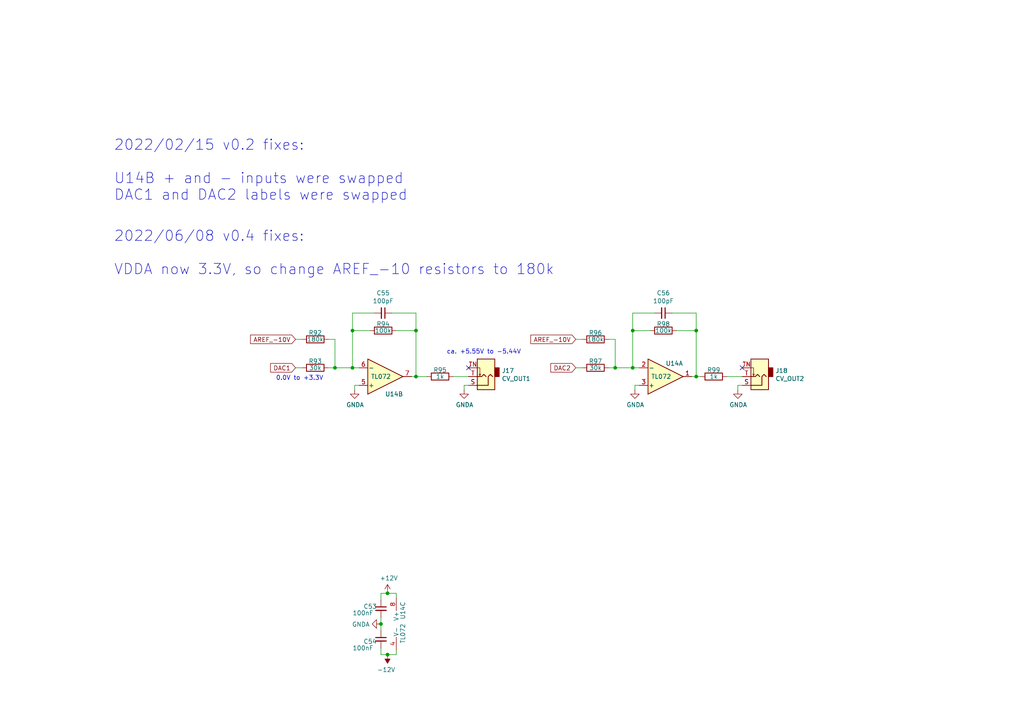
<source format=kicad_sch>
(kicad_sch (version 20211123) (generator eeschema)
  (paper "A4")
  (lib_symbols
    (symbol "Amplifier_Operational:TL072" (pin_names (offset 0.127))
      (property "Reference" "U" (at 0 5.08 0))
      (property "Value" "TL072" (at 0 -5.08 0))
      (symbol "TL072_1_1"
        (polyline (pts (xy -5.08 5.08) (xy 5.08 0) (xy -5.08 -5.08) (xy -5.08 5.08)) (stroke (width 0.254)) (fill (type background)))
        (pin output line (at 7.62 0 180) (length 2.54) (name "~") (number "1"))
        (pin input line (at -7.62 -2.54 0) (length 2.54) (name "-") (number "2"))
        (pin input line (at -7.62 2.54 0) (length 2.54) (name "+") (number "3"))
      )
      (symbol "TL072_2_1"
        (polyline (pts (xy -5.08 5.08) (xy 5.08 0) (xy -5.08 -5.08) (xy -5.08 5.08)) (stroke (width 0.254)) (fill (type background)))
        (pin input line (at -7.62 2.54 0) (length 2.54) (name "+") (number "5"))
        (pin input line (at -7.62 -2.54 0) (length 2.54) (name "-") (number "6"))
        (pin output line (at 7.62 0 180) (length 2.54) (name "~") (number "7"))
      )
      (symbol "TL072_3_1"
        (pin power_in line (at -2.54 -7.62 90) (length 3.81) (name "V-") (number "4"))
        (pin power_in line (at -2.54 7.62 270) (length 3.81) (name "V+") (number "8"))
      )
    )
    (symbol "Connector:AudioJack2_SwitchT"
      (property "Reference" "J" (at 0 8.89 0))
      (property "Value" "AudioJack2_SwitchT" (at 0 6.35 0))
      (symbol "AudioJack2_SwitchT_0_1"
        (rectangle (start -2.54 0) (end -3.81 -2.54) (stroke (width 0.254)) (fill (type outline)))
        (polyline (pts (xy 1.778 -0.254) (xy 2.032 -0.762)))
        (polyline (pts (xy 0 0) (xy 0.635 -0.635) (xy 1.27 0) (xy 2.54 0)) (stroke (width 0.254)))
        (polyline (pts (xy 2.54 -2.54) (xy 1.778 -2.54) (xy 1.778 -0.254) (xy 1.524 -0.762)))
        (polyline (pts (xy 2.54 2.54) (xy -0.635 2.54) (xy -0.635 0) (xy -1.27 -0.635) (xy -1.905 0)) (stroke (width 0.254)))
        (rectangle (start 2.54 3.81) (end -2.54 -5.08) (stroke (width 0.254)) (fill (type background)))
      )
      (symbol "AudioJack2_SwitchT_1_1"
        (pin passive line (at 5.08 2.54 180) (length 2.54) (name "~") (number "S"))
        (pin passive line (at 5.08 0 180) (length 2.54) (name "~") (number "T"))
        (pin passive line (at 5.08 -2.54 180) (length 2.54) (name "~") (number "TN"))
      )
    )
    (symbol "Device:C_Small" (pin_numbers hide) (pin_names (offset 0.254) hide)
      (property "Reference" "C" (at 0.254 1.778 0))
      (property "Value" "C_Small" (at 0.254 -2.032 0))
      (symbol "C_Small_0_1"
        (polyline (pts (xy -1.524 -0.508) (xy 1.524 -0.508)) (stroke (width 0.3302)))
        (polyline (pts (xy -1.524 0.508) (xy 1.524 0.508)) (stroke (width 0.3048)))
      )
      (symbol "C_Small_1_1"
        (pin passive line (at 0 2.54 270) (length 2.032) (name "~") (number "1"))
        (pin passive line (at 0 -2.54 90) (length 2.032) (name "~") (number "2"))
      )
    )
    (symbol "Device:R" (pin_numbers hide) (pin_names (offset 0))
      (property "Reference" "R" (at 2.032 0 90))
      (property "Value" "R" (at 0 0 90))
      (symbol "R_0_1"
        (rectangle (start -1.016 -2.54) (end 1.016 2.54) (stroke (width 0.254)))
      )
      (symbol "R_1_1"
        (pin passive line (at 0 3.81 270) (length 1.27) (name "~") (number "1"))
        (pin passive line (at 0 -3.81 90) (length 1.27) (name "~") (number "2"))
      )
    )
    (symbol "power:+12V" (power) (pin_names (offset 0))
      (property "Value" "+12V" (at 0 3.556 0))
      (symbol "+12V_0_1"
        (polyline (pts (xy -0.762 1.27) (xy 0 2.54)))
        (polyline (pts (xy 0 0) (xy 0 2.54)))
        (polyline (pts (xy 0 2.54) (xy 0.762 1.27)))
      )
      (symbol "+12V_1_1"
        (pin power_in line (at 0 0 90) (length 0) hide (name "+12V") (number "1"))
      )
    )
    (symbol "power:-12V" (power) (pin_names (offset 0))
      (property "Value" "-12V" (at 0 3.81 0))
      (symbol "-12V_0_0"
        (pin power_in line (at 0 0 90) (length 0) hide (name "-12V") (number "1"))
      )
      (symbol "-12V_0_1"
        (polyline (pts (xy 0 0) (xy 0 1.27) (xy 0.762 1.27) (xy 0 2.54) (xy -0.762 1.27) (xy 0 1.27)) (fill (type outline)))
      )
    )
    (symbol "power:GNDA" (power) (pin_names (offset 0))
      (property "Value" "GNDA" (at 0 -3.81 0))
      (symbol "GNDA_0_1"
        (polyline (pts (xy 0 0) (xy 0 -1.27) (xy 1.27 -1.27) (xy 0 -2.54) (xy -1.27 -1.27) (xy 0 -1.27)))
      )
      (symbol "GNDA_1_1"
        (pin power_in line (at 0 0 270) (length 0) hide (name "GNDA") (number "1"))
      )
    )
  )
  (junction (at 112.395 172.085))
  (junction (at 183.515 95.885))
  (junction (at 201.93 95.885))
  (junction (at 102.235 95.885))
  (junction (at 120.65 109.22))
  (junction (at 97.155 106.68))
  (junction (at 102.235 106.68))
  (junction (at 201.93 109.22))
  (junction (at 120.65 95.885))
  (junction (at 178.435 106.68))
  (junction (at 110.49 180.975))
  (junction (at 112.395 189.865))
  (junction (at 183.515 106.68))
  (no_connect (at 135.89 106.68))
  (no_connect (at 215.265 106.68))
  (wire (pts (xy 213.995 113.03) (xy 213.995 111.76)))
  (wire (pts (xy 85.725 98.425) (xy 87.63 98.425)))
  (wire (pts (xy 131.445 109.22) (xy 135.89 109.22)))
  (wire (pts (xy 120.65 109.22) (xy 123.825 109.22)))
  (wire (pts (xy 213.995 111.76) (xy 215.265 111.76)))
  (wire (pts (xy 85.725 106.68) (xy 87.63 106.68)))
  (wire (pts (xy 102.87 113.03) (xy 102.87 111.76)))
  (wire (pts (xy 194.945 90.805) (xy 201.93 90.805)))
  (wire (pts (xy 112.395 172.085) (xy 110.49 172.085)))
  (wire (pts (xy 183.515 106.68) (xy 185.42 106.68)))
  (wire (pts (xy 102.87 111.76) (xy 104.14 111.76)))
  (wire (pts (xy 114.935 95.885) (xy 120.65 95.885)))
  (wire (pts (xy 196.215 95.885) (xy 201.93 95.885)))
  (wire (pts (xy 97.155 98.425) (xy 95.25 98.425)))
  (wire (pts (xy 201.93 90.805) (xy 201.93 95.885)))
  (wire (pts (xy 120.65 95.885) (xy 120.65 109.22)))
  (wire (pts (xy 201.93 109.22) (xy 200.66 109.22)))
  (wire (pts (xy 183.515 106.68) (xy 183.515 95.885)))
  (wire (pts (xy 201.93 95.885) (xy 201.93 109.22)))
  (wire (pts (xy 134.62 111.76) (xy 135.89 111.76)))
  (wire (pts (xy 178.435 106.68) (xy 178.435 98.425)))
  (wire (pts (xy 167.005 106.68) (xy 168.91 106.68)))
  (wire (pts (xy 112.395 189.865) (xy 114.935 189.865)))
  (wire (pts (xy 113.665 90.805) (xy 120.65 90.805)))
  (wire (pts (xy 110.49 189.865) (xy 112.395 189.865)))
  (wire (pts (xy 120.65 109.22) (xy 119.38 109.22)))
  (wire (pts (xy 210.82 109.22) (xy 215.265 109.22)))
  (wire (pts (xy 102.235 90.805) (xy 102.235 95.885)))
  (wire (pts (xy 184.15 111.76) (xy 185.42 111.76)))
  (wire (pts (xy 189.865 90.805) (xy 183.515 90.805)))
  (wire (pts (xy 110.49 179.07) (xy 110.49 180.975)))
  (wire (pts (xy 108.585 90.805) (xy 102.235 90.805)))
  (wire (pts (xy 201.93 109.22) (xy 203.2 109.22)))
  (wire (pts (xy 114.935 173.355) (xy 114.935 172.085)))
  (wire (pts (xy 183.515 90.805) (xy 183.515 95.885)))
  (wire (pts (xy 97.155 106.68) (xy 97.155 98.425)))
  (wire (pts (xy 102.235 95.885) (xy 107.315 95.885)))
  (wire (pts (xy 102.235 106.68) (xy 102.235 95.885)))
  (wire (pts (xy 110.49 180.975) (xy 110.49 182.88)))
  (wire (pts (xy 114.935 172.085) (xy 112.395 172.085)))
  (wire (pts (xy 110.49 187.96) (xy 110.49 189.865)))
  (wire (pts (xy 184.15 113.03) (xy 184.15 111.76)))
  (wire (pts (xy 134.62 113.03) (xy 134.62 111.76)))
  (wire (pts (xy 167.005 98.425) (xy 168.91 98.425)))
  (wire (pts (xy 102.235 106.68) (xy 104.14 106.68)))
  (wire (pts (xy 97.155 106.68) (xy 102.235 106.68)))
  (wire (pts (xy 120.65 90.805) (xy 120.65 95.885)))
  (wire (pts (xy 176.53 106.68) (xy 178.435 106.68)))
  (wire (pts (xy 183.515 95.885) (xy 188.595 95.885)))
  (wire (pts (xy 110.49 172.085) (xy 110.49 173.99)))
  (wire (pts (xy 114.935 189.865) (xy 114.935 188.595)))
  (wire (pts (xy 178.435 98.425) (xy 176.53 98.425)))
  (wire (pts (xy 178.435 106.68) (xy 183.515 106.68)))
  (wire (pts (xy 95.25 106.68) (xy 97.155 106.68)))
  (text "2022/06/08 v0.4 fixes:\n\nVDDA now 3.3V, so change AREF_-10 resistors to 180k" (at 33.02 80.01 0) (effects (font (size 2.9972 2.9972)) (justify left bottom)))
  (text "0.0V to +3.3V" (at 80.01 110.49 0) (effects (font (size 1.27 1.27)) (justify left bottom)))
  (text "2022/02/15 v0.2 fixes:\n\nU14B + and - inputs were swapped\nDAC1 and DAC2 labels were swapped" (at 33.02 58.42 0) (effects (font (size 2.9972 2.9972)) (justify left bottom)))
  (text "ca. +5.55V to -5.44V" (at 129.54 102.87 0) (effects (font (size 1.27 1.27)) (justify left bottom)))
  (global_label "DAC1" (shape input) (at 85.725 106.68 180) (property "Intersheet References" "${INTERSHEET_REFS}" (effects hide)))
  (global_label "DAC2" (shape input) (at 167.005 106.68 180) (property "Intersheet References" "${INTERSHEET_REFS}" (effects hide)))
  (global_label "AREF_-10V" (shape input) (at 85.725 98.425 180) (property "Intersheet References" "${INTERSHEET_REFS}" (effects hide)))
  (global_label "AREF_-10V" (shape input) (at 167.005 98.425 180) (property "Intersheet References" "${INTERSHEET_REFS}" (effects hide)))
  (symbol (lib_id "Device:R") (at 127.635 109.22 270) (unit 1)
    (property "Reference" "R95" (at 127.635 107.315 90))
    (property "Value" "1k" (at 127.635 109.22 90))
    (property "Footprint" "Resistor_SMD:R_0603_1608Metric" (effects hide))
    (property "LCSC" "C21190" (effects hide))
  )
  (symbol (lib_id "Device:R") (at 207.01 109.22 270) (unit 1)
    (property "Reference" "R99" (at 207.01 107.315 90))
    (property "Value" "1k" (at 207.01 109.22 90))
    (property "Footprint" "Resistor_SMD:R_0603_1608Metric" (effects hide))
    (property "LCSC" "C21190" (effects hide))
  )
  (symbol (lib_id "power:+12V") (at 112.395 172.085 0) (unit 1)
    (property "Reference" "#PWR0136" (effects hide))
    (property "Value" "+12V" (at 112.776 167.6908 0))
  )
  (symbol (lib_id "power:-12V") (at 112.395 189.865 180) (unit 1)
    (property "Reference" "#PWR0137" (effects hide))
    (property "Value" "-12V" (at 112.014 194.2592 0))
  )
  (symbol (lib_id "Device:R") (at 172.72 98.425 270) (unit 1)
    (property "Reference" "R96" (at 172.72 96.52 90))
    (property "Value" "180k" (at 172.72 98.425 90))
    (property "Footprint" "Resistor_SMD:R_0603_1608Metric" (effects hide))
    (property "LCSC" "C25811" (effects hide))
  )
  (symbol (lib_id "Device:R") (at 172.72 106.68 270) (unit 1)
    (property "Reference" "R97" (at 172.72 104.775 90))
    (property "Value" "30k" (at 172.72 106.68 90))
    (property "Footprint" "Resistor_SMD:R_0603_1608Metric" (effects hide))
    (property "LCSC" "C22984" (effects hide))
  )
  (symbol (lib_id "Device:R") (at 192.405 95.885 270) (unit 1)
    (property "Reference" "R98" (at 192.405 93.98 90))
    (property "Value" "100k" (at 192.405 95.885 90))
    (property "Footprint" "Resistor_SMD:R_0603_1608Metric" (effects hide))
    (property "LCSC" "C25803" (effects hide))
  )
  (symbol (lib_id "Amplifier_Operational:TL072") (at 193.04 109.22 0) (mirror x) (unit 1)
    (property "Reference" "U14" (at 195.58 105.41 0))
    (property "Value" "TL072" (at 191.77 109.22 0))
    (property "Footprint" "Package_SO:SOIC-8_3.9x4.9mm_P1.27mm" (effects hide))
    (property "Datasheet" "http://www.ti.com/lit/ds/symlink/tl071.pdf" (effects hide))
    (property "LCSC" "C6961" (effects hide))
  )
  (symbol (lib_id "Device:C_Small") (at 192.405 90.805 270) (unit 1)
    (property "Reference" "C56" (at 192.405 84.9884 90))
    (property "Value" "100pF" (at 192.405 87.2998 90))
    (property "Footprint" "Capacitor_SMD:C_0603_1608Metric" (effects hide))
    (property "LCSC" "C14858" (effects hide))
  )
  (symbol (lib_id "power:GNDA") (at 184.15 113.03 0) (unit 1)
    (property "Reference" "#PWR0139" (effects hide))
    (property "Value" "GNDA" (at 184.277 117.4242 0))
  )
  (symbol (lib_id "Amplifier_Operational:TL072") (at 111.76 109.22 0) (mirror x) (unit 2)
    (property "Reference" "U14" (at 114.3 114.3 0))
    (property "Value" "TL072" (at 110.49 109.22 0))
    (property "Footprint" "Package_SO:SOIC-8_3.9x4.9mm_P1.27mm" (effects hide))
    (property "Datasheet" "http://www.ti.com/lit/ds/symlink/tl071.pdf" (effects hide))
    (property "LCSC" "C6961" (effects hide))
  )
  (symbol (lib_id "Amplifier_Operational:TL072") (at 117.475 180.975 0) (unit 3)
    (property "Reference" "U14" (at 116.84 179.705 90) (effects (justify left)))
    (property "Value" "TL072" (at 116.84 186.69 90) (effects (justify left)))
    (property "Footprint" "Package_SO:SOIC-8_3.9x4.9mm_P1.27mm" (effects hide))
    (property "Datasheet" "http://www.ti.com/lit/ds/symlink/tl071.pdf" (effects hide))
    (property "LCSC" "C6961" (effects hide))
  )
  (symbol (lib_id "Connector:AudioJack2_SwitchT") (at 140.97 109.22 180) (unit 1)
    (property "Reference" "J17" (at 145.5166 107.5182 0) (effects (justify right)))
    (property "Value" "CV_OUT1" (at 145.5166 109.8296 0) (effects (justify right)))
    (property "Footprint" "foots:WQP-PJ301M" (effects hide))
    (property "LCSC" "-" (effects hide))
  )
  (symbol (lib_id "power:GNDA") (at 134.62 113.03 0) (unit 1)
    (property "Reference" "#PWR0138" (effects hide))
    (property "Value" "GNDA" (at 134.747 117.4242 0))
  )
  (symbol (lib_id "Device:R") (at 91.44 98.425 270) (unit 1)
    (property "Reference" "R92" (at 91.44 96.52 90))
    (property "Value" "180k" (at 91.44 98.425 90))
    (property "Footprint" "Resistor_SMD:R_0603_1608Metric" (effects hide))
    (property "LCSC" "C25811" (effects hide))
  )
  (symbol (lib_id "Device:R") (at 91.44 106.68 270) (unit 1)
    (property "Reference" "R93" (at 91.44 104.775 90))
    (property "Value" "30k" (at 91.44 106.68 90))
    (property "Footprint" "Resistor_SMD:R_0603_1608Metric" (effects hide))
    (property "LCSC" "C22984" (effects hide))
  )
  (symbol (lib_id "Device:R") (at 111.125 95.885 270) (unit 1)
    (property "Reference" "R94" (at 111.125 93.98 90))
    (property "Value" "100k" (at 111.125 95.885 90))
    (property "Footprint" "Resistor_SMD:R_0603_1608Metric" (effects hide))
    (property "LCSC" "C25803" (effects hide))
  )
  (symbol (lib_id "Device:C_Small") (at 111.125 90.805 270) (unit 1)
    (property "Reference" "C55" (at 111.125 84.9884 90))
    (property "Value" "100pF" (at 111.125 87.2998 90))
    (property "Footprint" "Capacitor_SMD:C_0603_1608Metric" (effects hide))
    (property "LCSC" "C14858" (effects hide))
  )
  (symbol (lib_id "Connector:AudioJack2_SwitchT") (at 220.345 109.22 180) (unit 1)
    (property "Reference" "J18" (at 224.8916 107.5182 0) (effects (justify right)))
    (property "Value" "CV_OUT2" (at 224.8916 109.8296 0) (effects (justify right)))
    (property "Footprint" "foots:WQP-PJ301M" (effects hide))
    (property "LCSC" "-" (effects hide))
  )
  (symbol (lib_id "power:GNDA") (at 213.995 113.03 0) (unit 1)
    (property "Reference" "#PWR0140" (effects hide))
    (property "Value" "GNDA" (at 214.122 117.4242 0))
  )
  (symbol (lib_id "power:GNDA") (at 102.87 113.03 0) (unit 1)
    (property "Reference" "#PWR0134" (effects hide))
    (property "Value" "GNDA" (at 102.997 117.4242 0))
  )
  (symbol (lib_id "Device:C_Small") (at 110.49 176.53 0) (unit 1)
    (property "Reference" "C53" (at 105.41 175.895 0) (effects (justify left)))
    (property "Value" "100nF" (at 102.235 177.8 0) (effects (justify left)))
    (property "Footprint" "Capacitor_SMD:C_0603_1608Metric" (effects hide))
    (property "LCSC" "C14663" (effects hide))
  )
  (symbol (lib_id "Device:C_Small") (at 110.49 185.42 0) (unit 1)
    (property "Reference" "C54" (at 105.41 186.055 0) (effects (justify left)))
    (property "Value" "100nF" (at 102.235 187.96 0) (effects (justify left)))
    (property "Footprint" "Capacitor_SMD:C_0603_1608Metric" (effects hide))
    (property "LCSC" "C14663" (effects hide))
  )
  (symbol (lib_id "power:GNDA") (at 110.49 180.975 270) (unit 1)
    (property "Reference" "#PWR0135" (effects hide))
    (property "Value" "GNDA" (at 107.2642 181.102 90) (effects (justify right)))
  )
)
</source>
